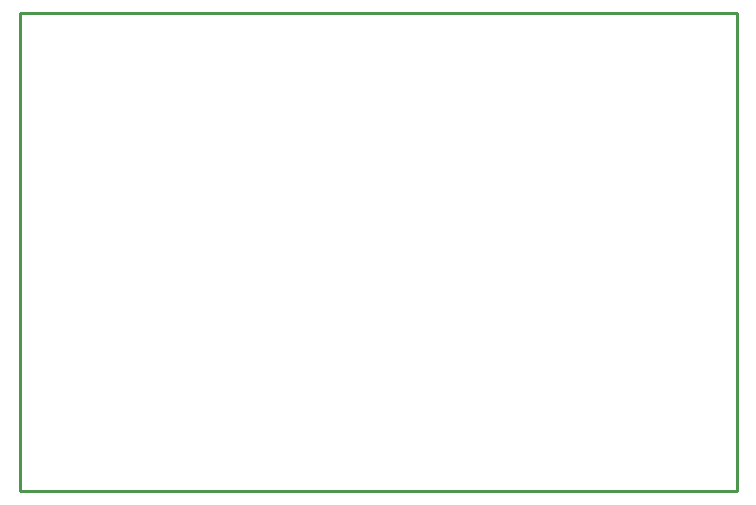
<source format=gm1>
G04*
G04 #@! TF.GenerationSoftware,Altium Limited,Altium Designer,18.1.9 (240)*
G04*
G04 Layer_Color=16711935*
%FSLAX25Y25*%
%MOIN*%
G70*
G01*
G75*
%ADD12C,0.01000*%
D12*
X304500Y248000D02*
Y407500D01*
Y248000D02*
X543500D01*
Y407500D01*
X304500D02*
X543500D01*
M02*

</source>
